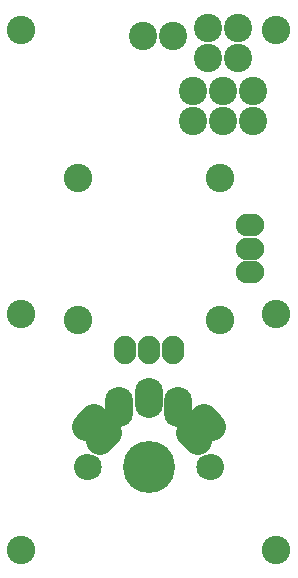
<source format=gbr>
G04 #@! TF.FileFunction,Soldermask,Bot*
%FSLAX46Y46*%
G04 Gerber Fmt 4.6, Leading zero omitted, Abs format (unit mm)*
G04 Created by KiCad (PCBNEW 4.0.1-stable) date 2018/04/09 0:13:58*
%MOMM*%
G01*
G04 APERTURE LIST*
%ADD10C,0.100000*%
%ADD11C,2.410000*%
%ADD12C,2.400000*%
%ADD13C,2.400000*%
%ADD14O,2.400000X3.400000*%
%ADD15C,2.210000*%
%ADD16C,2.160000*%
%ADD17C,4.410000*%
%ADD18O,1.900000X2.400000*%
%ADD19O,2.400000X1.900000*%
G04 APERTURE END LIST*
D10*
D11*
X159300000Y-92000000D03*
X159300000Y-116000000D03*
X137700000Y-116000000D03*
X137700000Y-92000000D03*
X137700000Y-136000000D03*
D12*
X148030000Y-92500000D03*
X150570000Y-92500000D03*
X157340000Y-99670000D03*
X157340000Y-97130000D03*
X152260000Y-99670000D03*
X152260000Y-97130000D03*
X154800000Y-99670000D03*
X154800000Y-97130000D03*
X153520000Y-91800000D03*
X156060000Y-91800000D03*
X153520000Y-94340000D03*
X156060000Y-94340000D03*
D13*
X153146447Y-124846447D02*
X153853553Y-125553553D01*
X143146447Y-125553553D02*
X143853553Y-124846447D01*
D14*
X148500000Y-123100000D03*
D15*
X143280000Y-129000000D03*
X153720000Y-129000000D03*
D13*
X151956447Y-126106447D02*
X152663553Y-126813553D01*
D14*
X145960000Y-123920000D03*
X150980000Y-123920000D03*
D13*
X144336447Y-126813553D02*
X145043553Y-126106447D01*
D16*
X143420000Y-129000000D03*
D17*
X148500000Y-129000000D03*
D16*
X153580000Y-129000000D03*
D11*
X142500000Y-104500000D03*
X154500000Y-116500000D03*
X142500000Y-116500000D03*
D18*
X146500000Y-119100000D03*
X150500000Y-119100000D03*
D19*
X157100000Y-108500000D03*
X157100000Y-112500000D03*
D18*
X148500000Y-119100000D03*
D19*
X157100000Y-110500000D03*
D11*
X154500000Y-104500000D03*
X159300000Y-136000000D03*
M02*

</source>
